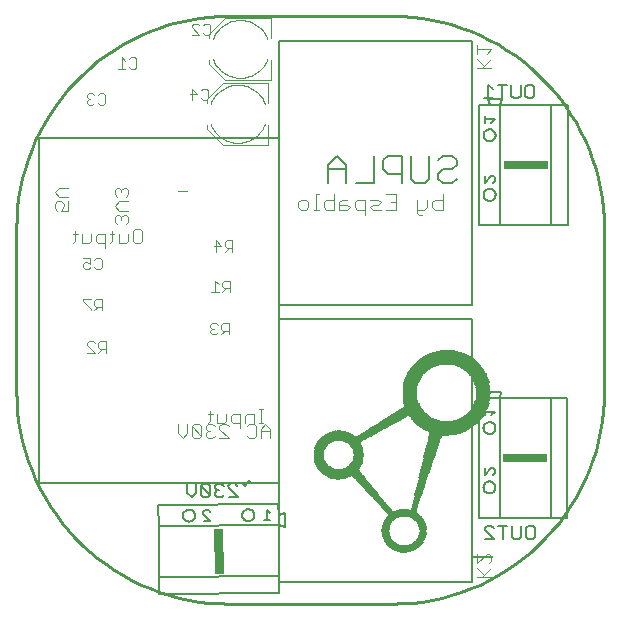
<source format=gbo>
G75*
G70*
%OFA0B0*%
%FSLAX24Y24*%
%IPPOS*%
%LPD*%
%AMOC8*
5,1,8,0,0,1.08239X$1,22.5*
%
%ADD10C,0.0100*%
%ADD11C,0.0080*%
%ADD12C,0.0040*%
%ADD13C,0.0030*%
%ADD14C,0.0050*%
%ADD15C,0.0060*%
%ADD16R,0.1500X0.0300*%
%ADD17R,0.0300X0.1500*%
%ADD18R,0.0010X0.0010*%
%ADD19R,0.0190X0.0010*%
%ADD20R,0.0320X0.0010*%
%ADD21R,0.0410X0.0010*%
%ADD22R,0.0470X0.0010*%
%ADD23R,0.0530X0.0010*%
%ADD24R,0.0580X0.0010*%
%ADD25R,0.0630X0.0010*%
%ADD26R,0.0660X0.0010*%
%ADD27R,0.0710X0.0010*%
%ADD28R,0.0750X0.0010*%
%ADD29R,0.0780X0.0010*%
%ADD30R,0.0810X0.0010*%
%ADD31R,0.0840X0.0010*%
%ADD32R,0.0870X0.0010*%
%ADD33R,0.0900X0.0010*%
%ADD34R,0.0930X0.0010*%
%ADD35R,0.0950X0.0010*%
%ADD36R,0.0980X0.0010*%
%ADD37R,0.0990X0.0010*%
%ADD38R,0.1030X0.0010*%
%ADD39R,0.1050X0.0010*%
%ADD40R,0.1060X0.0010*%
%ADD41R,0.0500X0.0010*%
%ADD42R,0.0490X0.0010*%
%ADD43R,0.0440X0.0010*%
%ADD44R,0.0420X0.0010*%
%ADD45R,0.0390X0.0010*%
%ADD46R,0.0370X0.0010*%
%ADD47R,0.0360X0.0010*%
%ADD48R,0.0350X0.0010*%
%ADD49R,0.0340X0.0010*%
%ADD50R,0.0310X0.0010*%
%ADD51R,0.0300X0.0010*%
%ADD52R,0.0290X0.0010*%
%ADD53R,0.0280X0.0010*%
%ADD54R,0.0270X0.0010*%
%ADD55R,0.0260X0.0010*%
%ADD56R,0.0250X0.0010*%
%ADD57R,0.0240X0.0010*%
%ADD58R,0.0230X0.0010*%
%ADD59R,0.0330X0.0010*%
%ADD60R,0.0400X0.0010*%
%ADD61R,0.0430X0.0010*%
%ADD62R,0.0460X0.0010*%
%ADD63R,0.0520X0.0010*%
%ADD64R,0.1080X0.0010*%
%ADD65R,0.1020X0.0010*%
%ADD66R,0.1010X0.0010*%
%ADD67R,0.1000X0.0010*%
%ADD68R,0.0740X0.0010*%
%ADD69R,0.0720X0.0010*%
%ADD70R,0.0700X0.0010*%
%ADD71R,0.0680X0.0010*%
%ADD72R,0.0030X0.0010*%
%ADD73R,0.0020X0.0010*%
%ADD74R,0.0180X0.0010*%
%ADD75R,0.0200X0.0010*%
%ADD76R,0.0210X0.0010*%
%ADD77R,0.0220X0.0010*%
%ADD78R,0.0050X0.0010*%
%ADD79R,0.0450X0.0010*%
%ADD80R,0.0510X0.0010*%
%ADD81R,0.0570X0.0010*%
%ADD82R,0.0620X0.0010*%
%ADD83R,0.0670X0.0010*%
%ADD84R,0.0380X0.0010*%
%ADD85R,0.0800X0.0010*%
%ADD86R,0.1260X0.0010*%
%ADD87R,0.1270X0.0010*%
%ADD88R,0.1280X0.0010*%
%ADD89R,0.1290X0.0010*%
%ADD90R,0.1300X0.0010*%
%ADD91R,0.1310X0.0010*%
%ADD92R,0.1320X0.0010*%
%ADD93R,0.1330X0.0010*%
%ADD94R,0.1350X0.0010*%
%ADD95R,0.0640X0.0010*%
%ADD96R,0.0650X0.0010*%
%ADD97R,0.0590X0.0010*%
%ADD98R,0.0550X0.0010*%
%ADD99R,0.0480X0.0010*%
%ADD100R,0.0540X0.0010*%
%ADD101R,0.1490X0.0010*%
%ADD102R,0.1510X0.0010*%
%ADD103R,0.1520X0.0010*%
%ADD104R,0.1540X0.0010*%
%ADD105R,0.1550X0.0010*%
%ADD106R,0.1560X0.0010*%
%ADD107R,0.1580X0.0010*%
%ADD108R,0.1110X0.0010*%
%ADD109R,0.0920X0.0010*%
%ADD110R,0.0880X0.0010*%
%ADD111R,0.0910X0.0010*%
%ADD112R,0.0860X0.0010*%
%ADD113R,0.0940X0.0010*%
%ADD114R,0.0820X0.0010*%
%ADD115R,0.1070X0.0010*%
%ADD116R,0.1100X0.0010*%
%ADD117R,0.1130X0.0010*%
%ADD118R,0.1170X0.0010*%
%ADD119R,0.1220X0.0010*%
%ADD120R,0.0120X0.0010*%
%ADD121R,0.1340X0.0010*%
%ADD122R,0.1380X0.0010*%
%ADD123R,0.1430X0.0010*%
%ADD124R,0.1460X0.0010*%
%ADD125R,0.1530X0.0010*%
%ADD126R,0.1590X0.0010*%
%ADD127R,0.1630X0.0010*%
%ADD128R,0.1660X0.0010*%
%ADD129R,0.1690X0.0010*%
%ADD130R,0.1720X0.0010*%
%ADD131R,0.1750X0.0010*%
%ADD132R,0.1770X0.0010*%
%ADD133R,0.1800X0.0010*%
%ADD134R,0.1830X0.0010*%
%ADD135R,0.1850X0.0010*%
%ADD136R,0.1870X0.0010*%
%ADD137R,0.1900X0.0010*%
%ADD138R,0.1930X0.0010*%
%ADD139R,0.1950X0.0010*%
%ADD140R,0.1970X0.0010*%
%ADD141R,0.1990X0.0010*%
%ADD142R,0.2010X0.0010*%
%ADD143R,0.2040X0.0010*%
%ADD144R,0.2060X0.0010*%
%ADD145R,0.0560X0.0010*%
%ADD146R,0.2080X0.0010*%
%ADD147R,0.2100X0.0010*%
%ADD148R,0.2130X0.0010*%
%ADD149R,0.2150X0.0010*%
%ADD150R,0.2170X0.0010*%
%ADD151R,0.0850X0.0010*%
%ADD152R,0.0790X0.0010*%
%ADD153R,0.0760X0.0010*%
%ADD154R,0.0770X0.0010*%
%ADD155R,0.0600X0.0010*%
%ADD156R,0.0690X0.0010*%
%ADD157R,0.0610X0.0010*%
%ADD158R,0.1250X0.0010*%
%ADD159R,0.1200X0.0010*%
%ADD160R,0.1140X0.0010*%
%ADD161R,0.1090X0.0010*%
%ADD162R,0.0960X0.0010*%
%ADD163R,0.0890X0.0010*%
%ADD164R,0.0830X0.0010*%
%ADD165R,0.0730X0.0010*%
%ADD166R,0.0970X0.0010*%
%ADD167R,0.2160X0.0010*%
%ADD168R,0.2140X0.0010*%
%ADD169R,0.2120X0.0010*%
%ADD170R,0.2090X0.0010*%
%ADD171R,0.2020X0.0010*%
%ADD172R,0.2000X0.0010*%
%ADD173R,0.1980X0.0010*%
%ADD174R,0.1960X0.0010*%
%ADD175R,0.1880X0.0010*%
%ADD176R,0.1860X0.0010*%
%ADD177R,0.1840X0.0010*%
%ADD178R,0.1810X0.0010*%
%ADD179R,0.1780X0.0010*%
%ADD180R,0.1760X0.0010*%
%ADD181R,0.1700X0.0010*%
%ADD182R,0.1670X0.0010*%
%ADD183R,0.1640X0.0010*%
%ADD184R,0.1610X0.0010*%
%ADD185R,0.1470X0.0010*%
%ADD186R,0.1400X0.0010*%
%ADD187R,0.1360X0.0010*%
%ADD188R,0.1230X0.0010*%
%ADD189R,0.1180X0.0010*%
%ADD190C,0.0000*%
D10*
X007766Y000751D02*
X013187Y000751D01*
X013187Y000750D02*
X013524Y000758D01*
X013861Y000782D01*
X014196Y000822D01*
X014528Y000878D01*
X014858Y000950D01*
X015184Y001037D01*
X015505Y001140D01*
X015821Y001258D01*
X016131Y001390D01*
X016434Y001538D01*
X016731Y001699D01*
X017019Y001875D01*
X017298Y002064D01*
X017568Y002266D01*
X017828Y002481D01*
X018078Y002708D01*
X018316Y002946D01*
X018543Y003196D01*
X018758Y003456D01*
X018960Y003726D01*
X019149Y004005D01*
X019325Y004294D01*
X019486Y004590D01*
X019634Y004893D01*
X019766Y005203D01*
X019884Y005519D01*
X019987Y005840D01*
X020074Y006166D01*
X020146Y006496D01*
X020202Y006828D01*
X020242Y007163D01*
X020266Y007500D01*
X020274Y007837D01*
X020273Y007837D02*
X020273Y013258D01*
X020274Y013258D02*
X020266Y013595D01*
X020242Y013932D01*
X020202Y014267D01*
X020146Y014599D01*
X020074Y014929D01*
X019987Y015255D01*
X019884Y015576D01*
X019766Y015892D01*
X019634Y016202D01*
X019486Y016505D01*
X019325Y016802D01*
X019149Y017090D01*
X018960Y017369D01*
X018758Y017639D01*
X018543Y017899D01*
X018316Y018149D01*
X018078Y018387D01*
X017828Y018614D01*
X017568Y018829D01*
X017298Y019031D01*
X017019Y019220D01*
X016731Y019396D01*
X016434Y019557D01*
X016131Y019705D01*
X015821Y019837D01*
X015505Y019955D01*
X015184Y020058D01*
X014858Y020145D01*
X014528Y020217D01*
X014196Y020273D01*
X013861Y020313D01*
X013524Y020337D01*
X013187Y020345D01*
X007766Y020345D01*
X007429Y020337D01*
X007092Y020313D01*
X006757Y020273D01*
X006425Y020217D01*
X006095Y020145D01*
X005769Y020058D01*
X005448Y019955D01*
X005132Y019837D01*
X004822Y019705D01*
X004519Y019557D01*
X004222Y019396D01*
X003934Y019220D01*
X003655Y019031D01*
X003385Y018829D01*
X003125Y018614D01*
X002875Y018387D01*
X002637Y018149D01*
X002410Y017899D01*
X002195Y017639D01*
X001993Y017369D01*
X001804Y017090D01*
X001628Y016802D01*
X001467Y016505D01*
X001319Y016202D01*
X001187Y015892D01*
X001069Y015576D01*
X000966Y015255D01*
X000879Y014929D01*
X000807Y014599D01*
X000751Y014267D01*
X000711Y013932D01*
X000687Y013595D01*
X000679Y013258D01*
X000679Y007837D01*
X000687Y007500D01*
X000711Y007163D01*
X000751Y006828D01*
X000807Y006496D01*
X000879Y006166D01*
X000966Y005840D01*
X001069Y005519D01*
X001187Y005203D01*
X001319Y004893D01*
X001467Y004590D01*
X001628Y004294D01*
X001804Y004005D01*
X001993Y003726D01*
X002195Y003456D01*
X002410Y003196D01*
X002637Y002946D01*
X002875Y002708D01*
X003125Y002481D01*
X003385Y002266D01*
X003655Y002064D01*
X003934Y001875D01*
X004222Y001699D01*
X004519Y001538D01*
X004822Y001390D01*
X005132Y001258D01*
X005448Y001140D01*
X005769Y001037D01*
X006095Y000950D01*
X006425Y000878D01*
X006757Y000822D01*
X007092Y000782D01*
X007429Y000758D01*
X007766Y000750D01*
D11*
X009452Y001475D02*
X015869Y001475D01*
X015869Y010255D01*
X009452Y010255D01*
X009452Y001475D01*
X009452Y010716D02*
X015869Y010716D01*
X015869Y019496D01*
X009452Y019496D01*
X009452Y010716D01*
X011069Y014769D02*
X011069Y015383D01*
X011376Y015690D01*
X011683Y015383D01*
X011683Y014769D01*
X011990Y014769D02*
X012604Y014769D01*
X012604Y015690D01*
X012911Y015536D02*
X012911Y015229D01*
X013064Y015076D01*
X013524Y015076D01*
X013831Y014922D02*
X013831Y015690D01*
X013524Y015690D02*
X013064Y015690D01*
X012911Y015536D01*
X013524Y015690D02*
X013524Y014769D01*
X013831Y014922D02*
X013985Y014769D01*
X014292Y014769D01*
X014445Y014922D01*
X014445Y015690D01*
X014752Y015536D02*
X014906Y015690D01*
X015213Y015690D01*
X015366Y015536D01*
X015366Y015383D01*
X015213Y015229D01*
X014906Y015229D01*
X014752Y015076D01*
X014752Y014922D01*
X014906Y014769D01*
X015213Y014769D01*
X015366Y014922D01*
X011683Y015229D02*
X011069Y015229D01*
D12*
X011277Y014396D02*
X011277Y013875D01*
X011017Y013875D01*
X010930Y013962D01*
X010930Y014135D01*
X011017Y014222D01*
X011277Y014222D01*
X011446Y014135D02*
X011446Y013875D01*
X011706Y013875D01*
X011793Y013962D01*
X011706Y014049D01*
X011446Y014049D01*
X011446Y014135D02*
X011533Y014222D01*
X011706Y014222D01*
X011962Y014135D02*
X011962Y013962D01*
X012048Y013875D01*
X012309Y013875D01*
X012309Y013702D02*
X012309Y014222D01*
X012048Y014222D01*
X011962Y014135D01*
X012477Y014222D02*
X012737Y014222D01*
X012824Y014135D01*
X012737Y014049D01*
X012564Y014049D01*
X012477Y013962D01*
X012564Y013875D01*
X012824Y013875D01*
X012993Y013875D02*
X013340Y013875D01*
X013340Y014396D01*
X012993Y014396D01*
X013166Y014135D02*
X013340Y014135D01*
X014024Y014222D02*
X014024Y013788D01*
X014111Y013702D01*
X014198Y013702D01*
X014284Y013875D02*
X014024Y013875D01*
X014284Y013875D02*
X014371Y013962D01*
X014371Y014222D01*
X014540Y014135D02*
X014627Y014222D01*
X014887Y014222D01*
X014887Y014396D02*
X014887Y013875D01*
X014627Y013875D01*
X014540Y013962D01*
X014540Y014135D01*
X010762Y013875D02*
X010588Y013875D01*
X010675Y013875D02*
X010675Y014396D01*
X010762Y014396D01*
X010418Y014135D02*
X010418Y013962D01*
X010331Y013875D01*
X010158Y013875D01*
X010071Y013962D01*
X010071Y014135D01*
X010158Y014222D01*
X010331Y014222D01*
X010418Y014135D01*
X009086Y016056D02*
X009086Y016705D01*
X009086Y016056D02*
X007571Y016056D01*
X007039Y016587D01*
X007039Y016705D01*
X007039Y017453D02*
X007039Y017571D01*
X007571Y018103D01*
X009086Y018103D01*
X009086Y017453D01*
X009165Y018219D02*
X009165Y018869D01*
X009165Y018219D02*
X007649Y018219D01*
X007117Y018750D01*
X007117Y018869D01*
X007117Y019617D02*
X007117Y019735D01*
X007649Y020266D01*
X009165Y020266D01*
X009165Y019617D01*
X009046Y018908D02*
X009023Y018851D01*
X008996Y018796D01*
X008966Y018742D01*
X008932Y018690D01*
X008895Y018641D01*
X008855Y018594D01*
X008812Y018549D01*
X008766Y018508D01*
X008718Y018469D01*
X008667Y018434D01*
X008614Y018402D01*
X008559Y018373D01*
X008503Y018348D01*
X008445Y018327D01*
X008386Y018309D01*
X008325Y018296D01*
X008264Y018286D01*
X008203Y018280D01*
X008141Y018278D01*
X008079Y018280D01*
X008018Y018286D01*
X007957Y018296D01*
X007896Y018309D01*
X007837Y018327D01*
X007779Y018348D01*
X007723Y018373D01*
X007668Y018402D01*
X007615Y018434D01*
X007564Y018469D01*
X007516Y018508D01*
X007470Y018549D01*
X007427Y018594D01*
X007387Y018641D01*
X007350Y018690D01*
X007316Y018742D01*
X007286Y018796D01*
X007259Y018851D01*
X007236Y018908D01*
X007236Y019578D02*
X007259Y019635D01*
X007286Y019690D01*
X007316Y019744D01*
X007350Y019796D01*
X007387Y019845D01*
X007427Y019892D01*
X007470Y019937D01*
X007516Y019978D01*
X007564Y020017D01*
X007615Y020052D01*
X007668Y020084D01*
X007723Y020113D01*
X007779Y020138D01*
X007837Y020159D01*
X007896Y020177D01*
X007957Y020190D01*
X008018Y020200D01*
X008079Y020206D01*
X008141Y020208D01*
X008203Y020206D01*
X008264Y020200D01*
X008325Y020190D01*
X008386Y020177D01*
X008445Y020159D01*
X008503Y020138D01*
X008559Y020113D01*
X008614Y020084D01*
X008667Y020052D01*
X008718Y020017D01*
X008766Y019978D01*
X008812Y019937D01*
X008855Y019892D01*
X008895Y019845D01*
X008932Y019796D01*
X008966Y019744D01*
X008996Y019690D01*
X009023Y019635D01*
X009046Y019578D01*
X008968Y016744D02*
X008945Y016687D01*
X008918Y016632D01*
X008888Y016578D01*
X008854Y016526D01*
X008817Y016477D01*
X008777Y016430D01*
X008734Y016385D01*
X008688Y016344D01*
X008640Y016305D01*
X008589Y016270D01*
X008536Y016238D01*
X008481Y016209D01*
X008425Y016184D01*
X008367Y016163D01*
X008308Y016145D01*
X008247Y016132D01*
X008186Y016122D01*
X008125Y016116D01*
X008063Y016114D01*
X008001Y016116D01*
X007940Y016122D01*
X007879Y016132D01*
X007818Y016145D01*
X007759Y016163D01*
X007701Y016184D01*
X007645Y016209D01*
X007590Y016238D01*
X007537Y016270D01*
X007486Y016305D01*
X007438Y016344D01*
X007392Y016385D01*
X007349Y016430D01*
X007309Y016477D01*
X007272Y016526D01*
X007238Y016578D01*
X007208Y016632D01*
X007181Y016687D01*
X007158Y016744D01*
X007158Y017414D02*
X007181Y017471D01*
X007208Y017526D01*
X007238Y017580D01*
X007272Y017632D01*
X007309Y017681D01*
X007349Y017728D01*
X007392Y017773D01*
X007438Y017814D01*
X007486Y017853D01*
X007537Y017888D01*
X007590Y017920D01*
X007645Y017949D01*
X007701Y017974D01*
X007759Y017995D01*
X007818Y018013D01*
X007879Y018026D01*
X007940Y018036D01*
X008001Y018042D01*
X008063Y018044D01*
X008125Y018042D01*
X008186Y018036D01*
X008247Y018026D01*
X008308Y018013D01*
X008367Y017995D01*
X008425Y017974D01*
X008481Y017949D01*
X008536Y017920D01*
X008589Y017888D01*
X008640Y017853D01*
X008688Y017814D01*
X008734Y017773D01*
X008777Y017728D01*
X008817Y017681D01*
X008854Y017632D01*
X008888Y017580D01*
X008918Y017526D01*
X008945Y017471D01*
X008968Y017414D01*
X006375Y014508D02*
X006068Y014508D01*
X004793Y013238D02*
X004870Y013162D01*
X004870Y012855D01*
X004793Y012778D01*
X004640Y012778D01*
X004563Y012855D01*
X004563Y013162D01*
X004640Y013238D01*
X004793Y013238D01*
X004409Y013085D02*
X004409Y012855D01*
X004333Y012778D01*
X004102Y012778D01*
X004102Y013085D01*
X003949Y013085D02*
X003796Y013085D01*
X003872Y013162D02*
X003872Y012855D01*
X003796Y012778D01*
X003642Y012778D02*
X003412Y012778D01*
X003335Y012855D01*
X003335Y013008D01*
X003412Y013085D01*
X003642Y013085D01*
X003642Y012624D01*
X003182Y012855D02*
X003182Y013085D01*
X003182Y012855D02*
X003105Y012778D01*
X002875Y012778D01*
X002875Y013085D01*
X002721Y013085D02*
X002568Y013085D01*
X002645Y013162D02*
X002645Y012855D01*
X002568Y012778D01*
X002415Y013857D02*
X002185Y013857D01*
X002261Y014011D01*
X002261Y014087D01*
X002185Y014164D01*
X002031Y014164D01*
X001954Y014087D01*
X001954Y013934D01*
X002031Y013857D01*
X002415Y013857D02*
X002415Y014164D01*
X002415Y014317D02*
X002108Y014317D01*
X001954Y014471D01*
X002108Y014624D01*
X002415Y014624D01*
X003954Y014548D02*
X003954Y014394D01*
X004031Y014317D01*
X004108Y014164D02*
X003954Y014011D01*
X004108Y013857D01*
X004415Y013857D01*
X004338Y013704D02*
X004261Y013704D01*
X004185Y013627D01*
X004108Y013704D01*
X004031Y013704D01*
X003954Y013627D01*
X003954Y013473D01*
X004031Y013397D01*
X004185Y013550D02*
X004185Y013627D01*
X004338Y013704D02*
X004415Y013627D01*
X004415Y013473D01*
X004338Y013397D01*
X004415Y014164D02*
X004108Y014164D01*
X004338Y014317D02*
X004415Y014394D01*
X004415Y014548D01*
X004338Y014624D01*
X004261Y014624D01*
X004185Y014548D01*
X004108Y014624D01*
X004031Y014624D01*
X003954Y014548D01*
X004185Y014548D02*
X004185Y014471D01*
X007145Y007162D02*
X007145Y006855D01*
X007068Y006778D01*
X007065Y006738D02*
X006989Y006662D01*
X006989Y006585D01*
X007065Y006508D01*
X006989Y006431D01*
X006989Y006355D01*
X007065Y006278D01*
X007219Y006278D01*
X007296Y006355D01*
X007449Y006278D02*
X007756Y006278D01*
X007449Y006585D01*
X007449Y006662D01*
X007526Y006738D01*
X007679Y006738D01*
X007756Y006662D01*
X007605Y006778D02*
X007375Y006778D01*
X007375Y007085D01*
X007221Y007085D02*
X007068Y007085D01*
X007065Y006738D02*
X007219Y006738D01*
X007296Y006662D01*
X007142Y006508D02*
X007065Y006508D01*
X006835Y006355D02*
X006528Y006662D01*
X006528Y006355D01*
X006605Y006278D01*
X006758Y006278D01*
X006835Y006355D01*
X006835Y006662D01*
X006758Y006738D01*
X006605Y006738D01*
X006528Y006662D01*
X006375Y006738D02*
X006375Y006431D01*
X006221Y006278D01*
X006068Y006431D01*
X006068Y006738D01*
X007605Y006778D02*
X007682Y006855D01*
X007682Y007085D01*
X007835Y007008D02*
X007835Y006855D01*
X007912Y006778D01*
X008142Y006778D01*
X008296Y006778D02*
X008296Y007008D01*
X008372Y007085D01*
X008602Y007085D01*
X008602Y006778D01*
X008600Y006738D02*
X008677Y006662D01*
X008677Y006355D01*
X008600Y006278D01*
X008446Y006278D01*
X008370Y006355D01*
X008370Y006662D02*
X008446Y006738D01*
X008600Y006738D01*
X008756Y006778D02*
X008909Y006778D01*
X008833Y006778D02*
X008833Y007238D01*
X008909Y007238D02*
X008756Y007238D01*
X008984Y006738D02*
X008830Y006585D01*
X008830Y006278D01*
X008830Y006508D02*
X009137Y006508D01*
X009137Y006585D02*
X008984Y006738D01*
X009137Y006585D02*
X009137Y006278D01*
X008142Y006624D02*
X008142Y007085D01*
X007912Y007085D01*
X007835Y007008D01*
X016051Y002406D02*
X016051Y002099D01*
X016358Y002406D01*
X016434Y002406D01*
X016511Y002329D01*
X016511Y002176D01*
X016434Y002099D01*
X016511Y001946D02*
X016204Y001639D01*
X016281Y001716D02*
X016051Y001946D01*
X016051Y001639D02*
X016511Y001639D01*
X016511Y018612D02*
X016051Y018612D01*
X016204Y018612D02*
X016511Y018919D01*
X016358Y019073D02*
X016511Y019226D01*
X016051Y019226D01*
X016051Y019073D02*
X016051Y019379D01*
X016051Y018919D02*
X016281Y018689D01*
D13*
X007880Y012858D02*
X007880Y012488D01*
X007880Y012611D02*
X007695Y012611D01*
X007633Y012673D01*
X007633Y012796D01*
X007695Y012858D01*
X007880Y012858D01*
X007757Y012611D02*
X007633Y012488D01*
X007512Y012673D02*
X007265Y012673D01*
X007327Y012488D02*
X007327Y012858D01*
X007512Y012673D01*
X007606Y011518D02*
X007545Y011456D01*
X007545Y011333D01*
X007606Y011271D01*
X007791Y011271D01*
X007668Y011271D02*
X007545Y011148D01*
X007423Y011148D02*
X007176Y011148D01*
X007300Y011148D02*
X007300Y011518D01*
X007423Y011395D01*
X007606Y011518D02*
X007791Y011518D01*
X007791Y011148D01*
X007762Y010101D02*
X007577Y010101D01*
X007515Y010039D01*
X007515Y009916D01*
X007577Y009854D01*
X007762Y009854D01*
X007762Y009731D02*
X007762Y010101D01*
X007638Y009854D02*
X007515Y009731D01*
X007394Y009792D02*
X007332Y009731D01*
X007208Y009731D01*
X007147Y009792D01*
X007147Y009854D01*
X007208Y009916D01*
X007270Y009916D01*
X007208Y009916D02*
X007147Y009978D01*
X007147Y010039D01*
X007208Y010101D01*
X007332Y010101D01*
X007394Y010039D01*
X003659Y009492D02*
X003659Y009122D01*
X003659Y009246D02*
X003474Y009246D01*
X003412Y009307D01*
X003412Y009431D01*
X003474Y009492D01*
X003659Y009492D01*
X003536Y009246D02*
X003412Y009122D01*
X003291Y009122D02*
X003044Y009369D01*
X003044Y009431D01*
X003106Y009492D01*
X003229Y009492D01*
X003291Y009431D01*
X003291Y009122D02*
X003044Y009122D01*
X003155Y010528D02*
X003155Y010589D01*
X002908Y010836D01*
X002908Y010898D01*
X003155Y010898D01*
X003276Y010836D02*
X003338Y010898D01*
X003523Y010898D01*
X003523Y010528D01*
X003523Y010651D02*
X003338Y010651D01*
X003276Y010713D01*
X003276Y010836D01*
X003400Y010651D02*
X003276Y010528D01*
X003335Y011900D02*
X003273Y011962D01*
X003335Y011900D02*
X003458Y011900D01*
X003520Y011962D01*
X003520Y012209D01*
X003458Y012271D01*
X003335Y012271D01*
X003273Y012209D01*
X003151Y012271D02*
X003151Y012086D01*
X003028Y012147D01*
X002966Y012147D01*
X002905Y012086D01*
X002905Y011962D01*
X002966Y011900D01*
X003090Y011900D01*
X003151Y011962D01*
X003151Y012271D02*
X002905Y012271D01*
X003087Y017389D02*
X003211Y017389D01*
X003272Y017451D01*
X003394Y017451D02*
X003455Y017389D01*
X003579Y017389D01*
X003641Y017451D01*
X003641Y017698D01*
X003579Y017759D01*
X003455Y017759D01*
X003394Y017698D01*
X003272Y017698D02*
X003211Y017759D01*
X003087Y017759D01*
X003025Y017698D01*
X003025Y017636D01*
X003087Y017574D01*
X003025Y017512D01*
X003025Y017451D01*
X003087Y017389D01*
X003087Y017574D02*
X003149Y017574D01*
X004069Y018590D02*
X004316Y018590D01*
X004193Y018590D02*
X004193Y018960D01*
X004316Y018837D01*
X004437Y018898D02*
X004499Y018960D01*
X004623Y018960D01*
X004684Y018898D01*
X004684Y018652D01*
X004623Y018590D01*
X004499Y018590D01*
X004437Y018652D01*
X006459Y017738D02*
X006706Y017738D01*
X006521Y017923D01*
X006521Y017553D01*
X006828Y017615D02*
X006889Y017553D01*
X007013Y017553D01*
X007074Y017615D01*
X007074Y017861D01*
X007013Y017923D01*
X006889Y017923D01*
X006828Y017861D01*
X006784Y019716D02*
X006538Y019716D01*
X006784Y019716D02*
X006538Y019963D01*
X006538Y020025D01*
X006599Y020086D01*
X006723Y020086D01*
X006784Y020025D01*
X006906Y020025D02*
X006968Y020086D01*
X007091Y020086D01*
X007153Y020025D01*
X007153Y019778D01*
X007091Y019716D01*
X006968Y019716D01*
X006906Y019778D01*
D14*
X009434Y004758D02*
X001434Y004758D01*
X001434Y016258D01*
X009434Y016258D01*
X009434Y004758D01*
X009032Y003876D02*
X009035Y003535D01*
X009148Y003536D02*
X008921Y003534D01*
X009146Y003763D02*
X009032Y003876D01*
X008512Y004767D02*
X008436Y004842D01*
X008288Y004690D01*
X008212Y004764D01*
X008053Y004687D02*
X007977Y004761D01*
X007827Y004759D01*
X007753Y004683D01*
X007754Y004608D01*
X008058Y004311D01*
X007757Y004308D01*
X007596Y004381D02*
X007522Y004305D01*
X007372Y004303D01*
X007296Y004377D01*
X007295Y004452D01*
X007369Y004528D01*
X007444Y004529D01*
X007369Y004528D02*
X007293Y004602D01*
X007292Y004677D01*
X007367Y004753D01*
X007517Y004755D01*
X007593Y004681D01*
X007132Y004676D02*
X007136Y004375D01*
X006832Y004672D01*
X006836Y004372D01*
X006912Y004297D01*
X007062Y004299D01*
X007136Y004375D01*
X007132Y004676D02*
X007056Y004750D01*
X006906Y004748D01*
X006832Y004672D01*
X006671Y004745D02*
X006675Y004445D01*
X006526Y004293D01*
X006374Y004441D01*
X006371Y004741D01*
X006975Y003858D02*
X006919Y003801D01*
X006919Y003744D01*
X007148Y003519D01*
X006921Y003517D01*
X006975Y003858D02*
X007088Y003859D01*
X007146Y003803D01*
X016287Y003269D02*
X016362Y003344D01*
X016512Y003344D01*
X016587Y003269D01*
X016747Y003344D02*
X017047Y003344D01*
X016897Y003344D02*
X016897Y002894D01*
X016587Y002894D02*
X016287Y003194D01*
X016287Y003269D01*
X016287Y002894D02*
X016587Y002894D01*
X017208Y002969D02*
X017208Y003344D01*
X017508Y003344D02*
X017508Y002969D01*
X017433Y002894D01*
X017283Y002894D01*
X017208Y002969D01*
X017668Y002969D02*
X017668Y003269D01*
X017743Y003344D01*
X017893Y003344D01*
X017968Y003269D01*
X017968Y002969D01*
X017893Y002894D01*
X017743Y002894D01*
X017668Y002969D01*
X016571Y005034D02*
X016628Y005091D01*
X016628Y005204D01*
X016571Y005261D01*
X016514Y005261D01*
X016287Y005034D01*
X016287Y005261D01*
X016287Y007034D02*
X016287Y007261D01*
X016287Y007147D02*
X016628Y007147D01*
X016514Y007034D01*
X016573Y014790D02*
X016629Y014847D01*
X016629Y014960D01*
X016573Y015017D01*
X016516Y015017D01*
X016289Y014790D01*
X016289Y015017D01*
X016289Y016790D02*
X016289Y017017D01*
X016289Y016903D02*
X016629Y016903D01*
X016516Y016790D01*
X016566Y017596D02*
X016266Y017596D01*
X016416Y017596D02*
X016416Y018046D01*
X016566Y017896D01*
X016726Y018046D02*
X017026Y018046D01*
X016876Y018046D02*
X016876Y017596D01*
X017186Y017671D02*
X017186Y018046D01*
X017487Y018046D02*
X017487Y017671D01*
X017412Y017596D01*
X017261Y017596D01*
X017186Y017671D01*
X017647Y017671D02*
X017647Y017971D01*
X017722Y018046D01*
X017872Y018046D01*
X017947Y017971D01*
X017947Y017671D01*
X017872Y017596D01*
X017722Y017596D01*
X017647Y017671D01*
D15*
X016854Y017574D02*
X016804Y017374D01*
X018504Y017374D01*
X018504Y013374D01*
X019054Y013374D01*
X019054Y017374D01*
X018504Y017374D01*
X016854Y017574D02*
X016404Y017574D01*
X016454Y017374D01*
X016804Y017374D01*
X016804Y013374D01*
X018504Y013374D01*
X016804Y013374D02*
X016104Y013374D01*
X016104Y017374D01*
X016454Y017374D01*
X016254Y016364D02*
X016256Y016392D01*
X016262Y016419D01*
X016271Y016445D01*
X016284Y016470D01*
X016301Y016493D01*
X016320Y016513D01*
X016342Y016530D01*
X016366Y016544D01*
X016392Y016554D01*
X016419Y016561D01*
X016447Y016564D01*
X016475Y016563D01*
X016502Y016558D01*
X016529Y016549D01*
X016554Y016537D01*
X016577Y016522D01*
X016598Y016503D01*
X016616Y016482D01*
X016631Y016458D01*
X016642Y016432D01*
X016650Y016406D01*
X016654Y016378D01*
X016654Y016350D01*
X016650Y016322D01*
X016642Y016296D01*
X016631Y016270D01*
X016616Y016246D01*
X016598Y016225D01*
X016577Y016206D01*
X016554Y016191D01*
X016529Y016179D01*
X016502Y016170D01*
X016475Y016165D01*
X016447Y016164D01*
X016419Y016167D01*
X016392Y016174D01*
X016366Y016184D01*
X016342Y016198D01*
X016320Y016215D01*
X016301Y016235D01*
X016284Y016258D01*
X016271Y016283D01*
X016262Y016309D01*
X016256Y016336D01*
X016254Y016364D01*
X016254Y014384D02*
X016256Y014412D01*
X016262Y014439D01*
X016271Y014465D01*
X016284Y014490D01*
X016301Y014513D01*
X016320Y014533D01*
X016342Y014550D01*
X016366Y014564D01*
X016392Y014574D01*
X016419Y014581D01*
X016447Y014584D01*
X016475Y014583D01*
X016502Y014578D01*
X016529Y014569D01*
X016554Y014557D01*
X016577Y014542D01*
X016598Y014523D01*
X016616Y014502D01*
X016631Y014478D01*
X016642Y014452D01*
X016650Y014426D01*
X016654Y014398D01*
X016654Y014370D01*
X016650Y014342D01*
X016642Y014316D01*
X016631Y014290D01*
X016616Y014266D01*
X016598Y014245D01*
X016577Y014226D01*
X016554Y014211D01*
X016529Y014199D01*
X016502Y014190D01*
X016475Y014185D01*
X016447Y014184D01*
X016419Y014187D01*
X016392Y014194D01*
X016366Y014204D01*
X016342Y014218D01*
X016320Y014235D01*
X016301Y014255D01*
X016284Y014278D01*
X016271Y014303D01*
X016262Y014329D01*
X016256Y014356D01*
X016254Y014384D01*
X016402Y007818D02*
X016852Y007818D01*
X016802Y007618D01*
X018502Y007618D01*
X018502Y003618D01*
X019052Y003618D01*
X019052Y007618D01*
X018502Y007618D01*
X016802Y007618D02*
X016802Y003618D01*
X018502Y003618D01*
X016802Y003618D02*
X016102Y003618D01*
X016102Y007618D01*
X016452Y007618D01*
X016802Y007618D01*
X016452Y007618D02*
X016402Y007818D01*
X016252Y006608D02*
X016254Y006636D01*
X016260Y006663D01*
X016269Y006689D01*
X016282Y006714D01*
X016299Y006737D01*
X016318Y006757D01*
X016340Y006774D01*
X016364Y006788D01*
X016390Y006798D01*
X016417Y006805D01*
X016445Y006808D01*
X016473Y006807D01*
X016500Y006802D01*
X016527Y006793D01*
X016552Y006781D01*
X016575Y006766D01*
X016596Y006747D01*
X016614Y006726D01*
X016629Y006702D01*
X016640Y006676D01*
X016648Y006650D01*
X016652Y006622D01*
X016652Y006594D01*
X016648Y006566D01*
X016640Y006540D01*
X016629Y006514D01*
X016614Y006490D01*
X016596Y006469D01*
X016575Y006450D01*
X016552Y006435D01*
X016527Y006423D01*
X016500Y006414D01*
X016473Y006409D01*
X016445Y006408D01*
X016417Y006411D01*
X016390Y006418D01*
X016364Y006428D01*
X016340Y006442D01*
X016318Y006459D01*
X016299Y006479D01*
X016282Y006502D01*
X016269Y006527D01*
X016260Y006553D01*
X016254Y006580D01*
X016252Y006608D01*
X016252Y004628D02*
X016254Y004656D01*
X016260Y004683D01*
X016269Y004709D01*
X016282Y004734D01*
X016299Y004757D01*
X016318Y004777D01*
X016340Y004794D01*
X016364Y004808D01*
X016390Y004818D01*
X016417Y004825D01*
X016445Y004828D01*
X016473Y004827D01*
X016500Y004822D01*
X016527Y004813D01*
X016552Y004801D01*
X016575Y004786D01*
X016596Y004767D01*
X016614Y004746D01*
X016629Y004722D01*
X016640Y004696D01*
X016648Y004670D01*
X016652Y004642D01*
X016652Y004614D01*
X016648Y004586D01*
X016640Y004560D01*
X016629Y004534D01*
X016614Y004510D01*
X016596Y004489D01*
X016575Y004470D01*
X016552Y004455D01*
X016527Y004443D01*
X016500Y004434D01*
X016473Y004429D01*
X016445Y004428D01*
X016417Y004431D01*
X016390Y004438D01*
X016364Y004448D01*
X016340Y004462D01*
X016318Y004479D01*
X016299Y004499D01*
X016282Y004522D01*
X016269Y004547D01*
X016260Y004573D01*
X016254Y004600D01*
X016252Y004628D01*
X009621Y003766D02*
X009625Y003316D01*
X009424Y003364D01*
X009439Y001664D01*
X005439Y001629D01*
X005444Y001079D01*
X009444Y001114D01*
X009439Y001664D01*
X009424Y003364D02*
X005425Y003329D01*
X005439Y001629D01*
X005425Y003329D02*
X005419Y004029D01*
X009418Y004064D01*
X009421Y003714D01*
X009424Y003364D01*
X009421Y003714D02*
X009621Y003766D01*
X008211Y003705D02*
X008213Y003733D01*
X008219Y003760D01*
X008228Y003786D01*
X008241Y003811D01*
X008258Y003834D01*
X008277Y003854D01*
X008299Y003871D01*
X008323Y003885D01*
X008349Y003895D01*
X008376Y003902D01*
X008404Y003905D01*
X008432Y003904D01*
X008459Y003899D01*
X008486Y003890D01*
X008511Y003878D01*
X008534Y003863D01*
X008555Y003844D01*
X008573Y003823D01*
X008588Y003799D01*
X008599Y003773D01*
X008607Y003747D01*
X008611Y003719D01*
X008611Y003691D01*
X008607Y003663D01*
X008599Y003637D01*
X008588Y003611D01*
X008573Y003587D01*
X008555Y003566D01*
X008534Y003547D01*
X008511Y003532D01*
X008486Y003520D01*
X008459Y003511D01*
X008432Y003506D01*
X008404Y003505D01*
X008376Y003508D01*
X008349Y003515D01*
X008323Y003525D01*
X008299Y003539D01*
X008277Y003556D01*
X008258Y003576D01*
X008241Y003599D01*
X008228Y003624D01*
X008219Y003650D01*
X008213Y003677D01*
X008211Y003705D01*
X006232Y003688D02*
X006234Y003716D01*
X006240Y003743D01*
X006249Y003769D01*
X006262Y003794D01*
X006279Y003817D01*
X006298Y003837D01*
X006320Y003854D01*
X006344Y003868D01*
X006370Y003878D01*
X006397Y003885D01*
X006425Y003888D01*
X006453Y003887D01*
X006480Y003882D01*
X006507Y003873D01*
X006532Y003861D01*
X006555Y003846D01*
X006576Y003827D01*
X006594Y003806D01*
X006609Y003782D01*
X006620Y003756D01*
X006628Y003730D01*
X006632Y003702D01*
X006632Y003674D01*
X006628Y003646D01*
X006620Y003620D01*
X006609Y003594D01*
X006594Y003570D01*
X006576Y003549D01*
X006555Y003530D01*
X006532Y003515D01*
X006507Y003503D01*
X006480Y003494D01*
X006453Y003489D01*
X006425Y003488D01*
X006397Y003491D01*
X006370Y003498D01*
X006344Y003508D01*
X006320Y003522D01*
X006298Y003539D01*
X006279Y003559D01*
X006262Y003582D01*
X006249Y003607D01*
X006240Y003633D01*
X006234Y003660D01*
X006232Y003688D01*
D16*
X017652Y005618D03*
X017654Y015374D03*
D17*
G36*
X007276Y003244D02*
X007575Y003247D01*
X007588Y001748D01*
X007289Y001745D01*
X007276Y003244D01*
G37*
D18*
X011369Y004883D03*
X011479Y004883D03*
X011559Y004893D03*
X011449Y005213D03*
X011429Y005213D03*
X011409Y005213D03*
X011419Y006173D03*
X011439Y006173D03*
X011499Y006493D03*
X011519Y006493D03*
X011349Y006493D03*
X013559Y003883D03*
X013649Y003883D03*
X013669Y003883D03*
X013639Y003653D03*
X013599Y003653D03*
X013639Y002673D03*
X013719Y002453D03*
X013499Y002453D03*
X015119Y006353D03*
X015299Y006373D03*
X014929Y006813D03*
X014849Y006823D03*
X014929Y008713D03*
X015129Y008713D03*
X015119Y009183D03*
X015099Y009183D03*
X015069Y009183D03*
X015139Y009183D03*
X015159Y009183D03*
X015229Y009173D03*
X014919Y009173D03*
X014829Y009163D03*
D19*
X013979Y004023D03*
X013969Y003993D03*
X013969Y003983D03*
X013959Y003963D03*
X013959Y003953D03*
X013959Y003943D03*
X013949Y003923D03*
X013949Y003913D03*
X013939Y003893D03*
X013939Y003883D03*
X013939Y003873D03*
X013929Y003863D03*
X013609Y002453D03*
D20*
X013614Y002463D03*
X014054Y002753D03*
X014064Y002763D03*
X013164Y002753D03*
X013154Y002763D03*
X013144Y002773D03*
X013134Y003543D03*
X013144Y003553D03*
X012514Y004483D03*
X012504Y004493D03*
X012494Y004503D03*
X012484Y004513D03*
X012464Y004533D03*
X012464Y004543D03*
X012454Y004553D03*
X012444Y004563D03*
X012434Y004573D03*
X012424Y004583D03*
X014304Y005143D03*
X014304Y005153D03*
X014314Y005173D03*
X014314Y005183D03*
X014314Y005193D03*
X014324Y005203D03*
X014324Y005213D03*
X014324Y005223D03*
X014334Y005243D03*
X014334Y005253D03*
D21*
X014549Y005993D03*
X014559Y006023D03*
X014559Y006033D03*
X014569Y006053D03*
X014569Y006063D03*
X014569Y006073D03*
X014579Y006083D03*
X014579Y006093D03*
X014579Y006103D03*
X014589Y006123D03*
X014589Y006133D03*
X013969Y003633D03*
X013249Y002693D03*
X013609Y002473D03*
X011969Y005343D03*
X011959Y006053D03*
X010879Y006043D03*
X010869Y006033D03*
X010869Y005353D03*
D22*
X010939Y005283D03*
X010949Y006113D03*
X011429Y006463D03*
X011909Y006113D03*
X012459Y006423D03*
X012479Y006433D03*
X012509Y006453D03*
X011899Y005273D03*
X013799Y007683D03*
X013799Y007853D03*
X013799Y007873D03*
X013799Y007893D03*
X013609Y002483D03*
D23*
X013609Y002493D03*
X010989Y005243D03*
X011899Y006133D03*
X012819Y006633D03*
X012839Y006643D03*
X012849Y006653D03*
X012869Y006663D03*
X012889Y006673D03*
X013889Y007323D03*
X013889Y008213D03*
X013899Y008233D03*
X013909Y008253D03*
X013909Y008263D03*
X013919Y008273D03*
X013929Y008293D03*
X016129Y007263D03*
X016129Y007253D03*
X016139Y007273D03*
X016139Y007283D03*
X016149Y007293D03*
X016159Y008203D03*
X016149Y008223D03*
X016149Y008233D03*
X016139Y008243D03*
D24*
X016054Y008383D03*
X016054Y008393D03*
X016054Y007133D03*
X016044Y007123D03*
X016044Y007113D03*
X014014Y008423D03*
X013214Y006863D03*
X013194Y006853D03*
X013144Y006823D03*
X013614Y002503D03*
D25*
X013609Y002513D03*
X013709Y003853D03*
X013869Y007263D03*
X014099Y008523D03*
X014109Y008533D03*
X015959Y008503D03*
X015969Y008493D03*
D26*
X015924Y008543D03*
X015924Y006983D03*
X015914Y006973D03*
X014134Y006973D03*
X013864Y007253D03*
X014144Y008563D03*
X014154Y008573D03*
X013694Y003843D03*
X013614Y002523D03*
D27*
X013609Y002533D03*
X015849Y006923D03*
X015849Y008603D03*
D28*
X015809Y008633D03*
X015039Y009133D03*
X015809Y006893D03*
X014239Y006893D03*
X011419Y004973D03*
X013609Y002543D03*
D29*
X013614Y002553D03*
X011844Y006173D03*
X011424Y006403D03*
X014264Y006873D03*
X015774Y006873D03*
D30*
X014289Y006863D03*
X014309Y008673D03*
X013609Y002563D03*
D31*
X013614Y002573D03*
X011424Y004993D03*
X014864Y006373D03*
X015724Y008683D03*
D32*
X013609Y002583D03*
D33*
X013614Y002593D03*
X015034Y009113D03*
D34*
X014389Y008703D03*
X013609Y002603D03*
D35*
X013609Y002613D03*
X011429Y006353D03*
D36*
X011424Y006343D03*
X013804Y007113D03*
X014424Y008713D03*
X013614Y002623D03*
D37*
X013609Y002633D03*
X013529Y003763D03*
X014939Y006403D03*
X014419Y006813D03*
X015619Y006813D03*
D38*
X013799Y007093D03*
X011419Y006323D03*
X013609Y002643D03*
D39*
X013609Y002653D03*
X013609Y003673D03*
X013609Y003683D03*
X014979Y006423D03*
D40*
X013794Y007083D03*
X011424Y006313D03*
X013614Y002663D03*
D41*
X013904Y002673D03*
X013904Y003653D03*
X011874Y005253D03*
X011904Y006123D03*
X012614Y006513D03*
X012634Y006523D03*
X012664Y006543D03*
X012684Y006553D03*
X013854Y007413D03*
X013844Y007433D03*
X013844Y007443D03*
X013844Y007453D03*
X013834Y007463D03*
X013834Y007473D03*
X013834Y007483D03*
X013824Y007513D03*
X013824Y008033D03*
X013834Y008063D03*
X013834Y008073D03*
X013844Y008083D03*
X013844Y008093D03*
X013844Y008103D03*
X013854Y008123D03*
X016194Y008113D03*
X016204Y008083D03*
X016204Y008073D03*
X016204Y008063D03*
X016214Y008053D03*
X016214Y008043D03*
X016214Y008033D03*
X016224Y008013D03*
X016224Y008003D03*
X016234Y007953D03*
X016224Y007523D03*
X016214Y007483D03*
X016214Y007463D03*
X016204Y007453D03*
X016204Y007443D03*
X016204Y007433D03*
X016194Y007413D03*
X016184Y007383D03*
X010974Y006133D03*
X010964Y005263D03*
D42*
X012579Y006493D03*
X012599Y006503D03*
X012649Y006533D03*
X013829Y007493D03*
X013829Y007503D03*
X013819Y007523D03*
X013819Y007533D03*
X013819Y007543D03*
X013819Y007553D03*
X013819Y007563D03*
X013809Y007573D03*
X013809Y007583D03*
X013809Y007593D03*
X013809Y007603D03*
X013809Y007623D03*
X013799Y007673D03*
X013799Y007693D03*
X013799Y007883D03*
X013809Y007953D03*
X013809Y007973D03*
X013819Y007993D03*
X013819Y008003D03*
X013819Y008013D03*
X013829Y008023D03*
X013829Y008043D03*
X013829Y008053D03*
X016219Y008023D03*
X016229Y007993D03*
X016229Y007983D03*
X016229Y007973D03*
X016229Y007963D03*
X016239Y007933D03*
X016239Y007923D03*
X016239Y007913D03*
X016239Y007903D03*
X016249Y007863D03*
X016249Y007843D03*
X016249Y007823D03*
X016249Y007803D03*
X016249Y007783D03*
X016249Y007763D03*
X016249Y007743D03*
X016249Y007723D03*
X016249Y007713D03*
X016249Y007703D03*
X016249Y007683D03*
X016239Y007633D03*
X016239Y007613D03*
X016239Y007603D03*
X016239Y007593D03*
X016239Y007583D03*
X016229Y007563D03*
X016229Y007553D03*
X016229Y007543D03*
X016229Y007533D03*
X016219Y007513D03*
X016219Y007503D03*
X016219Y007493D03*
X016209Y007473D03*
X013309Y002673D03*
D43*
X013284Y002683D03*
X013944Y002683D03*
X013954Y003643D03*
X011934Y005303D03*
X011924Y006093D03*
X012234Y006293D03*
X012274Y006313D03*
X012294Y006323D03*
X012304Y006333D03*
X012324Y006343D03*
X010914Y006083D03*
X010904Y005313D03*
X010914Y005303D03*
X014634Y006283D03*
X014644Y006313D03*
X014644Y006323D03*
X014654Y006343D03*
X015064Y009163D03*
D44*
X014614Y006213D03*
X014604Y006183D03*
X014604Y006173D03*
X014594Y006163D03*
X014594Y006153D03*
X014594Y006143D03*
X014584Y006113D03*
X011954Y006063D03*
X011944Y006073D03*
X011964Y005333D03*
X011954Y005323D03*
X010884Y005333D03*
X010874Y005343D03*
X010884Y006053D03*
X010904Y006073D03*
X013964Y002693D03*
D45*
X013989Y002703D03*
X013239Y002703D03*
X013219Y003613D03*
X013989Y003623D03*
X011999Y005373D03*
X011999Y005383D03*
X012009Y005393D03*
X011999Y006003D03*
X011989Y006013D03*
X011989Y006023D03*
X010859Y006013D03*
X010849Y006003D03*
X010839Y005983D03*
X010829Y005413D03*
X010839Y005403D03*
X010839Y005393D03*
X010849Y005383D03*
X014499Y005823D03*
X014509Y005853D03*
X014509Y005863D03*
X014519Y005873D03*
X014519Y005883D03*
X014519Y005893D03*
X014529Y005923D03*
D46*
X014479Y005753D03*
X014469Y005723D03*
X014469Y005713D03*
X014459Y005693D03*
X014459Y005683D03*
X014459Y005673D03*
X014449Y005663D03*
X014449Y005653D03*
X014449Y005643D03*
X014439Y005613D03*
X014009Y003613D03*
X013209Y003603D03*
X013219Y002713D03*
X013999Y002713D03*
X012129Y004923D03*
X012119Y004933D03*
X012109Y004943D03*
X012099Y004953D03*
X012089Y004963D03*
X012019Y005413D03*
X012029Y005433D03*
X012039Y005453D03*
X012029Y005953D03*
X012019Y005963D03*
X012019Y005973D03*
X010819Y005953D03*
X010819Y005943D03*
X010809Y005933D03*
X010809Y005923D03*
X010799Y005483D03*
X010799Y005473D03*
X010809Y005453D03*
X010819Y005433D03*
X011429Y004903D03*
D47*
X012134Y004913D03*
X012144Y004903D03*
X012154Y004893D03*
X012164Y004883D03*
X012174Y004873D03*
X012184Y004853D03*
X012204Y004833D03*
X012214Y004823D03*
X012224Y004813D03*
X012034Y005443D03*
X012044Y005463D03*
X012044Y005473D03*
X012054Y005483D03*
X012054Y005493D03*
X012064Y005513D03*
X012054Y005893D03*
X012044Y005913D03*
X012044Y005923D03*
X012034Y005933D03*
X012034Y005943D03*
X010804Y005913D03*
X010804Y005903D03*
X010794Y005893D03*
X010784Y005853D03*
X010784Y005523D03*
X010784Y005513D03*
X010794Y005503D03*
X010794Y005493D03*
X010804Y005463D03*
X013614Y003863D03*
X014024Y003603D03*
X014014Y002723D03*
X013204Y002723D03*
X014404Y005493D03*
X014414Y005533D03*
X014424Y005553D03*
X014424Y005563D03*
X014424Y005573D03*
X014434Y005583D03*
X014434Y005593D03*
X014434Y005603D03*
X014444Y005623D03*
X014444Y005633D03*
D48*
X014419Y005543D03*
X014409Y005523D03*
X014409Y005513D03*
X014409Y005503D03*
X014399Y005483D03*
X014399Y005473D03*
X014389Y005443D03*
X014039Y003593D03*
X013189Y003593D03*
X013179Y003583D03*
X013189Y002733D03*
X014029Y002733D03*
X012269Y004763D03*
X012259Y004773D03*
X012249Y004783D03*
X012239Y004793D03*
X012229Y004803D03*
X012199Y004843D03*
X012179Y004863D03*
X012059Y005503D03*
X012069Y005523D03*
X012069Y005533D03*
X012069Y005543D03*
X012079Y005563D03*
X012079Y005573D03*
X012079Y005803D03*
X012069Y005843D03*
X012069Y005853D03*
X012059Y005863D03*
X012059Y005873D03*
X012059Y005883D03*
X012049Y005903D03*
X010789Y005883D03*
X010789Y005873D03*
X010789Y005863D03*
X010779Y005843D03*
X010779Y005833D03*
X010769Y005823D03*
X010769Y005803D03*
X010769Y005793D03*
X010759Y005733D03*
X010759Y005713D03*
X010759Y005643D03*
X010769Y005583D03*
X010769Y005573D03*
X010769Y005563D03*
X010779Y005553D03*
X010779Y005543D03*
X010779Y005533D03*
D49*
X010764Y005593D03*
X010764Y005603D03*
X010764Y005613D03*
X010764Y005623D03*
X010764Y005633D03*
X010764Y005653D03*
X010754Y005663D03*
X010764Y005673D03*
X010754Y005683D03*
X010764Y005693D03*
X010754Y005703D03*
X010764Y005723D03*
X010764Y005743D03*
X010764Y005753D03*
X010764Y005763D03*
X010764Y005773D03*
X010764Y005783D03*
X010774Y005813D03*
X012074Y005813D03*
X012074Y005823D03*
X012074Y005833D03*
X012084Y005793D03*
X012084Y005783D03*
X012084Y005773D03*
X012084Y005763D03*
X012084Y005753D03*
X012084Y005733D03*
X012094Y005723D03*
X012094Y005703D03*
X012094Y005683D03*
X012094Y005663D03*
X012084Y005653D03*
X012094Y005643D03*
X012084Y005633D03*
X012084Y005623D03*
X012084Y005613D03*
X012084Y005603D03*
X012084Y005593D03*
X012084Y005583D03*
X012074Y005553D03*
X012274Y004753D03*
X012284Y004743D03*
X012294Y004733D03*
X012304Y004723D03*
X012314Y004713D03*
X012324Y004703D03*
X012324Y004693D03*
X012344Y004673D03*
X012354Y004663D03*
X012364Y004653D03*
X013164Y003573D03*
X013174Y002743D03*
X014044Y002743D03*
X014354Y005323D03*
X014364Y005353D03*
X014364Y005363D03*
X014374Y005383D03*
X014374Y005393D03*
X014374Y005403D03*
X014384Y005413D03*
X014384Y005423D03*
X014384Y005433D03*
X014394Y005453D03*
X014394Y005463D03*
D50*
X014309Y005163D03*
X014299Y005133D03*
X014299Y005123D03*
X014289Y005113D03*
X014289Y005103D03*
X014289Y005093D03*
X014279Y005063D03*
X014079Y003553D03*
X014089Y003543D03*
X014099Y003533D03*
X014089Y002783D03*
X014079Y002773D03*
X013129Y002783D03*
X013119Y003523D03*
X013129Y003533D03*
X012609Y004373D03*
X012569Y004423D03*
X012559Y004433D03*
X012549Y004443D03*
X012539Y004453D03*
X012529Y004463D03*
X012519Y004473D03*
X012479Y004523D03*
X011429Y006483D03*
D51*
X012574Y004413D03*
X012584Y004403D03*
X012594Y004393D03*
X012604Y004383D03*
X012624Y004353D03*
X012644Y004333D03*
X012654Y004323D03*
X012664Y004313D03*
X013104Y003513D03*
X013104Y003503D03*
X013104Y002813D03*
X013114Y002803D03*
X013124Y002793D03*
X014094Y002793D03*
X014104Y002803D03*
X014114Y003513D03*
X014244Y004943D03*
X014254Y004973D03*
X014254Y004983D03*
X014264Y005003D03*
X014264Y005013D03*
X014264Y005023D03*
X014274Y005033D03*
X014274Y005043D03*
X014274Y005053D03*
X014284Y005073D03*
X014284Y005083D03*
D52*
X014259Y004993D03*
X014249Y004963D03*
X014249Y004953D03*
X014239Y004933D03*
X014239Y004923D03*
X014239Y004913D03*
X014229Y004893D03*
X014229Y004883D03*
X014219Y004853D03*
X014109Y003523D03*
X014129Y003503D03*
X014129Y003493D03*
X014119Y002823D03*
X014109Y002813D03*
X013099Y002823D03*
X013089Y002833D03*
X013079Y003473D03*
X013089Y003493D03*
X012759Y004203D03*
X012719Y004253D03*
X012709Y004263D03*
X012699Y004273D03*
X012689Y004283D03*
X012679Y004293D03*
X012669Y004303D03*
X012639Y004343D03*
X012619Y004363D03*
D53*
X012724Y004243D03*
X012734Y004233D03*
X012744Y004223D03*
X012754Y004213D03*
X012784Y004173D03*
X012804Y004153D03*
X012814Y004143D03*
X013084Y003483D03*
X013074Y003463D03*
X013064Y003453D03*
X013064Y002873D03*
X013074Y002863D03*
X013074Y002853D03*
X013084Y002843D03*
X014124Y002833D03*
X014134Y002843D03*
X014144Y002853D03*
X014154Y003463D03*
X014144Y003473D03*
X014134Y003483D03*
X014194Y004763D03*
X014194Y004773D03*
X014204Y004793D03*
X014204Y004803D03*
X014204Y004813D03*
X014214Y004823D03*
X014214Y004833D03*
X014214Y004843D03*
X014224Y004863D03*
X014224Y004873D03*
X014234Y004903D03*
X015074Y009173D03*
D54*
X014199Y004783D03*
X014189Y004753D03*
X014189Y004743D03*
X014179Y004733D03*
X014179Y004723D03*
X014179Y004713D03*
X014169Y004683D03*
X014159Y003453D03*
X014169Y003433D03*
X014159Y002883D03*
X014159Y002873D03*
X014149Y002863D03*
X013059Y002883D03*
X013049Y002893D03*
X013049Y002903D03*
X013039Y002923D03*
X013039Y003403D03*
X013039Y003413D03*
X013049Y003423D03*
X013049Y003433D03*
X013059Y003443D03*
X012869Y004083D03*
X012859Y004093D03*
X012849Y004103D03*
X012839Y004113D03*
X012829Y004123D03*
X012819Y004133D03*
X012799Y004163D03*
X012779Y004183D03*
X012769Y004193D03*
D55*
X012874Y004073D03*
X012884Y004063D03*
X012894Y004053D03*
X012904Y004043D03*
X012914Y004033D03*
X012924Y004023D03*
X012924Y004013D03*
X012944Y003993D03*
X012964Y003973D03*
X013034Y003393D03*
X013034Y003383D03*
X013024Y003373D03*
X013024Y003363D03*
X013014Y003343D03*
X013014Y002983D03*
X013024Y002963D03*
X013024Y002953D03*
X013034Y002933D03*
X013044Y002913D03*
X013604Y003873D03*
X014164Y003443D03*
X014174Y003423D03*
X014184Y003413D03*
X014184Y003403D03*
X014194Y003383D03*
X014174Y002903D03*
X014164Y002893D03*
X014134Y004563D03*
X014144Y004593D03*
X014144Y004603D03*
X014154Y004623D03*
X014154Y004633D03*
X014154Y004643D03*
X014164Y004653D03*
X014164Y004663D03*
X014164Y004673D03*
X014174Y004693D03*
X014174Y004703D03*
X011414Y004893D03*
D56*
X012939Y004003D03*
X012959Y003983D03*
X012969Y003963D03*
X012979Y003953D03*
X012989Y003943D03*
X012999Y003933D03*
X013009Y003923D03*
X013019Y003913D03*
X013119Y003803D03*
X013019Y003353D03*
X013009Y003333D03*
X013009Y003323D03*
X013009Y003313D03*
X012999Y003293D03*
X012999Y003283D03*
X012999Y003273D03*
X012989Y003213D03*
X012989Y003113D03*
X012999Y003043D03*
X012999Y003033D03*
X013009Y003003D03*
X013009Y002993D03*
X013019Y002973D03*
X013029Y002943D03*
X014179Y002923D03*
X014179Y002913D03*
X014189Y002933D03*
X014189Y002943D03*
X014199Y002953D03*
X014199Y002963D03*
X014209Y002983D03*
X014219Y003023D03*
X014219Y003303D03*
X014209Y003333D03*
X014209Y003343D03*
X014199Y003363D03*
X014199Y003373D03*
X014189Y003393D03*
X014109Y004473D03*
X014119Y004503D03*
X014119Y004513D03*
X014119Y004523D03*
X014129Y004533D03*
X014129Y004543D03*
X014129Y004553D03*
X014139Y004573D03*
X014139Y004583D03*
X014149Y004613D03*
D57*
X014114Y004493D03*
X014114Y004483D03*
X014104Y004463D03*
X014104Y004453D03*
X014104Y004443D03*
X014094Y004433D03*
X014094Y004423D03*
X014094Y004413D03*
X014084Y004393D03*
X014084Y004383D03*
X014074Y004353D03*
X014204Y003353D03*
X014214Y003323D03*
X014214Y003313D03*
X014224Y003293D03*
X014224Y003283D03*
X014224Y003273D03*
X014234Y003263D03*
X014234Y003243D03*
X014234Y003233D03*
X014234Y003223D03*
X014234Y003203D03*
X014234Y003103D03*
X014234Y003083D03*
X014224Y003053D03*
X014224Y003043D03*
X014224Y003033D03*
X014214Y003013D03*
X014214Y003003D03*
X014214Y002993D03*
X014204Y002973D03*
X013004Y003013D03*
X013004Y003023D03*
X012994Y003053D03*
X012994Y003063D03*
X012994Y003073D03*
X012994Y003083D03*
X012994Y003093D03*
X012984Y003133D03*
X012984Y003143D03*
X012984Y003153D03*
X012984Y003173D03*
X012984Y003193D03*
X012994Y003233D03*
X012994Y003243D03*
X012994Y003253D03*
X012994Y003263D03*
X013004Y003303D03*
X013104Y003813D03*
X013084Y003833D03*
X013074Y003853D03*
X013064Y003863D03*
X013054Y003873D03*
X013044Y003883D03*
X013034Y003893D03*
X013024Y003903D03*
D58*
X013079Y003843D03*
X013099Y003823D03*
X012989Y003223D03*
X012989Y003203D03*
X012989Y003183D03*
X012989Y003163D03*
X012989Y003123D03*
X012989Y003103D03*
X014229Y003093D03*
X014229Y003073D03*
X014229Y003063D03*
X014239Y003113D03*
X014239Y003123D03*
X014239Y003133D03*
X014239Y003143D03*
X014239Y003153D03*
X014239Y003163D03*
X014239Y003173D03*
X014239Y003183D03*
X014239Y003193D03*
X014239Y003213D03*
X014229Y003253D03*
X014049Y004263D03*
X014059Y004293D03*
X014059Y004303D03*
X014059Y004313D03*
X014069Y004323D03*
X014069Y004333D03*
X014069Y004343D03*
X014079Y004363D03*
X014079Y004373D03*
X014089Y004403D03*
D59*
X014049Y003583D03*
X014059Y003573D03*
X014069Y003563D03*
X013159Y003563D03*
X012419Y004593D03*
X012409Y004603D03*
X012399Y004613D03*
X012389Y004623D03*
X012379Y004633D03*
X012369Y004643D03*
X012339Y004683D03*
X012089Y005673D03*
X012089Y005693D03*
X012089Y005713D03*
X012089Y005743D03*
X014339Y005283D03*
X014339Y005273D03*
X014339Y005263D03*
X014329Y005233D03*
X014349Y005293D03*
X014349Y005303D03*
X014349Y005313D03*
X014359Y005333D03*
X014359Y005343D03*
X014369Y005373D03*
D60*
X014524Y005903D03*
X014524Y005913D03*
X014534Y005933D03*
X014534Y005943D03*
X014534Y005953D03*
X014544Y005963D03*
X014544Y005973D03*
X014544Y005983D03*
X014554Y006003D03*
X014554Y006013D03*
X014564Y006043D03*
X011974Y006043D03*
X011974Y006033D03*
X011984Y005363D03*
X011984Y005353D03*
X010864Y005363D03*
X010854Y005373D03*
X010864Y006023D03*
X011424Y006473D03*
X013234Y003623D03*
D61*
X013259Y003633D03*
X011949Y005313D03*
X011939Y006083D03*
X012259Y006303D03*
X010899Y006063D03*
X010899Y005323D03*
X014609Y006193D03*
X014609Y006203D03*
X014619Y006223D03*
X014619Y006233D03*
X014619Y006243D03*
X014629Y006253D03*
X014629Y006263D03*
X014629Y006273D03*
X014639Y006293D03*
X014639Y006303D03*
X014649Y006333D03*
D62*
X012444Y006413D03*
X012424Y006403D03*
X012404Y006393D03*
X012394Y006383D03*
X012374Y006373D03*
X011914Y006103D03*
X011914Y005283D03*
X010924Y005293D03*
X010934Y006103D03*
X013284Y003643D03*
D63*
X013324Y003653D03*
X011864Y005243D03*
X010994Y006143D03*
X012734Y006583D03*
X012784Y006613D03*
X012804Y006623D03*
X013884Y007333D03*
X013874Y007353D03*
X013874Y008173D03*
X013874Y008183D03*
X013884Y008203D03*
X013894Y008223D03*
X013904Y008243D03*
X016154Y008213D03*
X016164Y008193D03*
X016164Y008183D03*
X016174Y008173D03*
X016174Y008163D03*
X016184Y008143D03*
X016174Y007353D03*
X016164Y007333D03*
X016164Y007323D03*
X016154Y007313D03*
X016154Y007303D03*
D64*
X015034Y009083D03*
X011424Y006303D03*
X013614Y003663D03*
D65*
X013604Y003693D03*
X013594Y003703D03*
X014954Y006413D03*
X015034Y009093D03*
D66*
X013809Y007103D03*
X013509Y003793D03*
X013589Y003713D03*
D67*
X013574Y003723D03*
X013564Y003733D03*
X013554Y003743D03*
X013544Y003753D03*
X013524Y003773D03*
X013514Y003783D03*
X011424Y006333D03*
D68*
X011424Y006413D03*
X013844Y007213D03*
X014224Y006903D03*
X015824Y006903D03*
X015824Y008623D03*
X014234Y008633D03*
X013634Y003803D03*
D69*
X013654Y003813D03*
X011424Y004963D03*
X014194Y006923D03*
X014204Y006913D03*
X015834Y006913D03*
X015834Y008613D03*
D70*
X015864Y008593D03*
X015874Y008583D03*
X014204Y008613D03*
X014194Y008603D03*
X013854Y007233D03*
X015864Y006933D03*
X013664Y003823D03*
X011424Y006423D03*
D71*
X013674Y003833D03*
X014154Y006953D03*
X014144Y006963D03*
X014164Y008583D03*
D72*
X013619Y003883D03*
D73*
X013584Y003883D03*
X011454Y004883D03*
D74*
X013944Y003903D03*
D75*
X013954Y003933D03*
X013964Y003973D03*
X013974Y004003D03*
X013974Y004013D03*
X013984Y004033D03*
X013984Y004043D03*
X013984Y004053D03*
X013994Y004063D03*
X013994Y004073D03*
X013994Y004083D03*
X014004Y004103D03*
D76*
X013999Y004093D03*
X014009Y004113D03*
X014009Y004123D03*
X014009Y004133D03*
X014009Y004143D03*
X014019Y004153D03*
X014019Y004163D03*
X014029Y004193D03*
X014029Y004203D03*
D77*
X014034Y004213D03*
X014034Y004223D03*
X014044Y004233D03*
X014044Y004243D03*
X014044Y004253D03*
X014054Y004273D03*
X014054Y004283D03*
X014024Y004183D03*
X014024Y004173D03*
D78*
X011409Y004883D03*
D79*
X011419Y004913D03*
X011929Y005293D03*
X012339Y006353D03*
X012359Y006363D03*
X010929Y006093D03*
D80*
X010979Y005253D03*
X011419Y004923D03*
X012699Y006563D03*
X012719Y006573D03*
X012749Y006593D03*
X012769Y006603D03*
X013879Y007343D03*
X013869Y007363D03*
X013869Y007373D03*
X013869Y007383D03*
X013859Y007393D03*
X013859Y007403D03*
X013849Y007423D03*
X013849Y008113D03*
X013859Y008133D03*
X013859Y008143D03*
X013869Y008153D03*
X013869Y008163D03*
X013879Y008193D03*
X016179Y008153D03*
X016189Y008133D03*
X016189Y008123D03*
X016199Y008103D03*
X016199Y008093D03*
X016199Y007423D03*
X016189Y007403D03*
X016189Y007393D03*
X016179Y007373D03*
X016179Y007363D03*
X016169Y007343D03*
D81*
X016069Y007153D03*
X016059Y007143D03*
X016079Y008353D03*
X016069Y008363D03*
X016069Y008373D03*
X015049Y009153D03*
X014019Y008433D03*
X014009Y008413D03*
X013999Y008403D03*
X013179Y006843D03*
X013159Y006833D03*
X013129Y006813D03*
X013109Y006803D03*
X013079Y006783D03*
X011889Y006143D03*
X011819Y005223D03*
X011419Y004933D03*
D82*
X011424Y004943D03*
X011884Y006153D03*
X013434Y006993D03*
X014094Y008513D03*
X015974Y008483D03*
X015984Y008473D03*
X015984Y007043D03*
X015974Y007033D03*
X015964Y007023D03*
D83*
X015899Y006963D03*
X015889Y006953D03*
X014769Y006353D03*
X013859Y007243D03*
X011879Y006163D03*
X011419Y004953D03*
X015049Y009143D03*
X015899Y008563D03*
X015909Y008553D03*
D84*
X014504Y005843D03*
X014504Y005833D03*
X014494Y005813D03*
X014494Y005803D03*
X014494Y005793D03*
X014484Y005783D03*
X014484Y005773D03*
X014484Y005763D03*
X014474Y005743D03*
X014474Y005733D03*
X014464Y005703D03*
X012024Y005423D03*
X012014Y005403D03*
X012064Y004993D03*
X012074Y004983D03*
X012084Y004973D03*
X012014Y005983D03*
X012004Y005993D03*
X010844Y005993D03*
X010834Y005973D03*
X010824Y005963D03*
X010814Y005443D03*
X010824Y005423D03*
D85*
X011424Y004983D03*
X014834Y006363D03*
X015764Y008663D03*
D86*
X015024Y006483D03*
X011614Y005003D03*
D87*
X011599Y005013D03*
X015029Y009043D03*
D88*
X013784Y007003D03*
X011594Y005023D03*
D89*
X011579Y005033D03*
X011569Y005043D03*
D90*
X011554Y005053D03*
X011544Y005063D03*
X015014Y006493D03*
D91*
X015029Y009033D03*
X011509Y005103D03*
X011519Y005093D03*
X011529Y005083D03*
X011539Y005073D03*
D92*
X011494Y005113D03*
X011494Y005123D03*
X011474Y005143D03*
X011454Y005163D03*
X011444Y005173D03*
D93*
X011439Y005183D03*
X011429Y005193D03*
X011459Y005153D03*
X011479Y005133D03*
D94*
X011429Y005203D03*
D95*
X011784Y005213D03*
X014124Y008543D03*
X015934Y006993D03*
X015944Y007003D03*
X015954Y007013D03*
D96*
X015949Y008513D03*
X015939Y008523D03*
X015929Y008533D03*
X014129Y008553D03*
X014109Y006993D03*
X014119Y006983D03*
X011429Y006433D03*
X011079Y006173D03*
X011069Y005213D03*
D97*
X011039Y005223D03*
X011039Y006163D03*
X011429Y006443D03*
X013229Y006873D03*
X013249Y006883D03*
X013259Y006893D03*
X013279Y006903D03*
X013299Y006913D03*
X013879Y007283D03*
X014029Y008443D03*
X014039Y008453D03*
X014049Y008463D03*
X016019Y008433D03*
X016029Y008423D03*
X016039Y008413D03*
X016039Y008403D03*
X016029Y007103D03*
X016029Y007093D03*
X016009Y007073D03*
D98*
X016099Y007203D03*
X016109Y007223D03*
X016119Y008283D03*
X016109Y008303D03*
X016099Y008323D03*
X016089Y008333D03*
X013969Y008363D03*
X013959Y008343D03*
X013949Y008333D03*
X013009Y006743D03*
X012989Y006733D03*
X012939Y006703D03*
X011839Y005233D03*
X011009Y005233D03*
D99*
X010944Y005273D03*
X010964Y006123D03*
X011894Y005263D03*
X012494Y006443D03*
X012524Y006463D03*
X012544Y006473D03*
X012564Y006483D03*
X013804Y007613D03*
X013804Y007633D03*
X013804Y007643D03*
X013804Y007653D03*
X013804Y007663D03*
X013794Y007703D03*
X013794Y007713D03*
X013794Y007723D03*
X013794Y007733D03*
X013794Y007743D03*
X013794Y007753D03*
X013794Y007763D03*
X013794Y007773D03*
X013794Y007783D03*
X013794Y007793D03*
X013794Y007803D03*
X013794Y007813D03*
X013794Y007823D03*
X013794Y007833D03*
X013794Y007843D03*
X013794Y007863D03*
X013804Y007903D03*
X013804Y007913D03*
X013804Y007923D03*
X013804Y007933D03*
X013804Y007943D03*
X013814Y007963D03*
X013814Y007983D03*
X016234Y007943D03*
X016244Y007893D03*
X016244Y007883D03*
X016244Y007873D03*
X016244Y007853D03*
X016244Y007833D03*
X016244Y007813D03*
X016244Y007793D03*
X016254Y007773D03*
X016254Y007753D03*
X016254Y007733D03*
X016244Y007693D03*
X016244Y007673D03*
X016244Y007663D03*
X016244Y007653D03*
X016244Y007643D03*
X016244Y007623D03*
X016234Y007573D03*
D100*
X016124Y007243D03*
X016114Y007233D03*
X016104Y007213D03*
X016134Y008253D03*
X016134Y008263D03*
X016124Y008273D03*
X016114Y008293D03*
X013944Y008313D03*
X013944Y008323D03*
X013934Y008303D03*
X013924Y008283D03*
X013884Y007313D03*
X013884Y007303D03*
X012974Y006723D03*
X012954Y006713D03*
X012924Y006693D03*
X012904Y006683D03*
X011424Y006453D03*
X011014Y006153D03*
D101*
X011509Y006183D03*
X011519Y006193D03*
X015019Y006543D03*
D102*
X015029Y008983D03*
X011539Y006203D03*
D103*
X011544Y006213D03*
X011564Y006223D03*
D104*
X011574Y006233D03*
X015024Y008973D03*
D105*
X011589Y006243D03*
D106*
X011604Y006253D03*
X011614Y006263D03*
X011634Y006273D03*
X015014Y006563D03*
D107*
X015024Y008963D03*
X011644Y006283D03*
D108*
X011429Y006293D03*
X013789Y007063D03*
D109*
X015664Y006823D03*
X011424Y006363D03*
D110*
X011424Y006373D03*
X014354Y006833D03*
X015684Y006833D03*
X015694Y008693D03*
X014354Y008693D03*
D111*
X015669Y008703D03*
X013819Y007143D03*
X014379Y006823D03*
X014899Y006383D03*
D112*
X013824Y007163D03*
X011424Y006383D03*
D113*
X013814Y007133D03*
X014914Y006393D03*
D114*
X014304Y006853D03*
X013834Y007183D03*
X015734Y006853D03*
X015744Y008673D03*
X011424Y006393D03*
D115*
X014989Y006433D03*
D116*
X015004Y006443D03*
D117*
X015009Y006453D03*
X015029Y009073D03*
D118*
X013789Y007043D03*
X015019Y006463D03*
D119*
X015014Y006473D03*
X013784Y007023D03*
D120*
X011424Y006493D03*
D121*
X015024Y006503D03*
D122*
X015014Y006513D03*
D123*
X015019Y006523D03*
X015029Y009003D03*
D124*
X015014Y006533D03*
D125*
X015019Y006553D03*
D126*
X015019Y006573D03*
D127*
X015019Y006583D03*
D128*
X015014Y006593D03*
D129*
X015019Y006603D03*
D130*
X015014Y006613D03*
X015024Y008913D03*
D131*
X015019Y006623D03*
D132*
X015019Y006633D03*
D133*
X015014Y006643D03*
D134*
X015019Y006653D03*
D135*
X015019Y006663D03*
D136*
X015019Y006673D03*
D137*
X015014Y006683D03*
X015024Y008843D03*
D138*
X015029Y008833D03*
X015019Y006693D03*
D139*
X015019Y006703D03*
D140*
X015019Y006713D03*
D141*
X015019Y006723D03*
D142*
X015019Y006733D03*
D143*
X015014Y006743D03*
X015024Y008783D03*
D144*
X015024Y008773D03*
X015024Y006753D03*
D145*
X016074Y007163D03*
X016084Y007173D03*
X016084Y007183D03*
X016094Y007193D03*
X016104Y008313D03*
X016084Y008343D03*
X013994Y008393D03*
X013984Y008383D03*
X013974Y008373D03*
X013964Y008353D03*
X013884Y007293D03*
X013094Y006793D03*
X013054Y006773D03*
X013044Y006763D03*
X013024Y006753D03*
D146*
X015014Y006763D03*
D147*
X015024Y006773D03*
X015024Y008753D03*
D148*
X015019Y006783D03*
D149*
X015019Y006793D03*
D150*
X015019Y006803D03*
D151*
X015719Y006843D03*
X014329Y006843D03*
X014329Y008683D03*
D152*
X014289Y008663D03*
X013839Y007193D03*
X015759Y006863D03*
D153*
X015794Y006883D03*
X015794Y008643D03*
X014254Y008643D03*
D154*
X014269Y008653D03*
X015779Y008653D03*
X014249Y006883D03*
X013839Y007203D03*
D155*
X013364Y006953D03*
X013334Y006933D03*
X013314Y006923D03*
X014054Y008473D03*
X014064Y008483D03*
X016004Y008453D03*
X016014Y008443D03*
X016014Y007083D03*
D156*
X015879Y006943D03*
X014179Y006933D03*
X014169Y006943D03*
X014179Y008593D03*
X015889Y008573D03*
D157*
X015999Y008463D03*
X015999Y007063D03*
X015989Y007053D03*
X014079Y008503D03*
X014069Y008493D03*
X013869Y007273D03*
X013419Y006983D03*
X013399Y006973D03*
X013379Y006963D03*
X013349Y006943D03*
D158*
X013779Y007013D03*
D159*
X013784Y007033D03*
D160*
X013794Y007053D03*
D161*
X013799Y007073D03*
D162*
X013814Y007123D03*
X015034Y009103D03*
D163*
X013819Y007153D03*
D164*
X013829Y007173D03*
X015039Y009123D03*
D165*
X014219Y008623D03*
X013849Y007223D03*
D166*
X015629Y008713D03*
D167*
X015024Y008723D03*
D168*
X015024Y008733D03*
D169*
X015024Y008743D03*
D170*
X015029Y008763D03*
D171*
X015024Y008793D03*
D172*
X015024Y008803D03*
D173*
X015024Y008813D03*
D174*
X015024Y008823D03*
D175*
X015024Y008853D03*
D176*
X015024Y008863D03*
D177*
X015024Y008873D03*
D178*
X015029Y008883D03*
D179*
X015024Y008893D03*
D180*
X015024Y008903D03*
D181*
X015024Y008923D03*
D182*
X015029Y008933D03*
D183*
X015024Y008943D03*
D184*
X015029Y008953D03*
D185*
X015029Y008993D03*
D186*
X015024Y009013D03*
D187*
X015034Y009023D03*
D188*
X015029Y009053D03*
D189*
X015034Y009063D03*
D190*
X015885Y002343D02*
X015885Y002323D01*
X015875Y002323D01*
X015871Y002327D01*
X015871Y002333D01*
X015875Y002337D01*
X015885Y002337D01*
X015891Y002327D02*
X015891Y002323D01*
X015894Y002323D01*
X015894Y002327D01*
X015891Y002327D01*
X015899Y002323D02*
X015912Y002323D01*
X015899Y002337D01*
X015899Y002340D01*
X015902Y002343D01*
X015909Y002343D01*
X015912Y002340D01*
X015917Y002333D02*
X015917Y002323D01*
X015927Y002323D01*
X015931Y002327D01*
X015927Y002330D01*
X015917Y002330D01*
X015917Y002333D02*
X015921Y002337D01*
X015927Y002337D01*
X015940Y002343D02*
X015940Y002323D01*
X015943Y002323D02*
X015936Y002323D01*
X015948Y002327D02*
X015951Y002323D01*
X015961Y002323D01*
X015966Y002323D02*
X015966Y002337D01*
X015961Y002337D02*
X015951Y002337D01*
X015948Y002333D01*
X015948Y002327D01*
X015961Y002317D02*
X015961Y002337D01*
X015966Y002323D02*
X015976Y002323D01*
X015980Y002327D01*
X015980Y002337D01*
X015985Y002337D02*
X015995Y002337D01*
X015998Y002333D01*
X015995Y002330D01*
X015988Y002330D01*
X015985Y002327D01*
X015988Y002323D01*
X015998Y002323D01*
X016022Y002327D02*
X016022Y002333D01*
X016025Y002337D01*
X016032Y002337D01*
X016035Y002333D01*
X016035Y002327D01*
X016032Y002323D01*
X016025Y002323D01*
X016022Y002327D01*
X016040Y002323D02*
X016050Y002323D01*
X016053Y002327D01*
X016053Y002333D01*
X016050Y002337D01*
X016040Y002337D01*
X016040Y002320D01*
X016043Y002317D01*
X016047Y002317D01*
X016059Y002327D02*
X016059Y002333D01*
X016062Y002337D01*
X016069Y002337D01*
X016072Y002333D01*
X016072Y002327D01*
X016069Y002323D01*
X016062Y002323D01*
X016059Y002327D01*
X016078Y002323D02*
X016084Y002323D01*
X016081Y002323D02*
X016081Y002343D01*
X016084Y002343D01*
X016089Y002343D02*
X016103Y002323D01*
X016108Y002327D02*
X016111Y002330D01*
X016118Y002330D01*
X016121Y002333D01*
X016118Y002337D01*
X016108Y002337D01*
X016108Y002327D02*
X016111Y002323D01*
X016121Y002323D01*
X016129Y002323D02*
X016136Y002323D01*
X016139Y002327D01*
X016139Y002333D01*
X016136Y002337D01*
X016129Y002337D01*
X016126Y002333D01*
X016126Y002330D01*
X016139Y002330D01*
X016145Y002337D02*
X016148Y002337D01*
X016155Y002330D01*
X016155Y002323D02*
X016155Y002337D01*
X016160Y002337D02*
X016160Y002323D01*
X016170Y002323D01*
X016173Y002327D01*
X016173Y002337D01*
X016179Y002337D02*
X016185Y002337D01*
X016182Y002340D02*
X016182Y002327D01*
X016179Y002323D01*
X016191Y002323D02*
X016201Y002323D01*
X016204Y002327D01*
X016204Y002333D01*
X016201Y002337D01*
X016191Y002337D01*
X016213Y002337D02*
X016213Y002323D01*
X016216Y002323D02*
X016209Y002323D01*
X016213Y002337D02*
X016216Y002337D01*
X016221Y002340D02*
X016221Y002333D01*
X016225Y002330D01*
X016235Y002330D01*
X016235Y002323D02*
X016235Y002343D01*
X016225Y002343D01*
X016221Y002340D01*
X016213Y002343D02*
X016213Y002347D01*
X016240Y002343D02*
X016253Y002323D01*
X016258Y002327D02*
X016258Y002333D01*
X016261Y002337D01*
X016268Y002337D01*
X016271Y002333D01*
X016271Y002327D01*
X016268Y002323D01*
X016261Y002323D01*
X016258Y002327D01*
X016277Y002323D02*
X016284Y002323D01*
X016280Y002323D02*
X016280Y002343D01*
X016284Y002343D01*
X016292Y002337D02*
X016302Y002337D01*
X016302Y002343D02*
X016302Y002323D01*
X016292Y002323D01*
X016289Y002327D01*
X016289Y002333D01*
X016292Y002337D01*
X016307Y002333D02*
X016307Y002323D01*
X016317Y002323D01*
X016321Y002327D01*
X016317Y002330D01*
X016307Y002330D01*
X016307Y002333D02*
X016310Y002337D01*
X016317Y002337D01*
X016326Y002333D02*
X016326Y002327D01*
X016329Y002323D01*
X016339Y002323D01*
X016344Y002327D02*
X016347Y002330D01*
X016354Y002330D01*
X016357Y002333D01*
X016354Y002337D01*
X016344Y002337D01*
X016339Y002337D02*
X016329Y002337D01*
X016326Y002333D01*
X016339Y002337D02*
X016339Y002317D01*
X016347Y002323D02*
X016344Y002327D01*
X016347Y002323D02*
X016357Y002323D01*
X016362Y002323D02*
X016376Y002323D01*
X016376Y002343D01*
X016362Y002343D01*
X016369Y002333D02*
X016376Y002333D01*
X016381Y002343D02*
X016394Y002323D01*
X016399Y002327D02*
X016403Y002330D01*
X016409Y002330D01*
X016413Y002333D01*
X016409Y002337D01*
X016399Y002337D01*
X016399Y002327D02*
X016403Y002323D01*
X016413Y002323D01*
X016418Y002337D02*
X016421Y002337D01*
X016428Y002330D01*
X016433Y002330D02*
X016446Y002330D01*
X016446Y002333D02*
X016443Y002337D01*
X016436Y002337D01*
X016433Y002333D01*
X016433Y002330D01*
X016436Y002323D02*
X016443Y002323D01*
X016446Y002327D01*
X016446Y002333D01*
X016451Y002337D02*
X016461Y002337D01*
X016465Y002333D01*
X016461Y002330D01*
X016455Y002330D01*
X016451Y002327D01*
X016455Y002323D01*
X016465Y002323D01*
X016470Y002327D02*
X016470Y002343D01*
X016483Y002343D02*
X016483Y002327D01*
X016480Y002323D01*
X016473Y002323D01*
X016470Y002327D01*
X016488Y002343D02*
X016502Y002323D01*
X016507Y002323D02*
X016511Y002323D01*
X016511Y002327D01*
X016507Y002327D01*
X016507Y002323D01*
X016516Y002327D02*
X016519Y002323D01*
X016526Y002323D01*
X016529Y002327D01*
X016529Y002340D01*
X016526Y002343D01*
X016519Y002343D01*
X016516Y002340D01*
X016511Y002337D02*
X016511Y002333D01*
X016507Y002333D01*
X016507Y002337D01*
X016511Y002337D01*
X016428Y002337D02*
X016428Y002323D01*
X015943Y002343D02*
X015940Y002343D01*
X015866Y002337D02*
X015863Y002337D01*
X015860Y002333D01*
X015856Y002337D01*
X015853Y002333D01*
X015853Y002323D01*
X015848Y002323D02*
X015838Y002323D01*
X015835Y002327D01*
X015835Y002333D01*
X015838Y002337D01*
X015848Y002337D01*
X015848Y002317D01*
X015860Y002323D02*
X015860Y002333D01*
X015866Y002337D02*
X015866Y002323D01*
M02*

</source>
